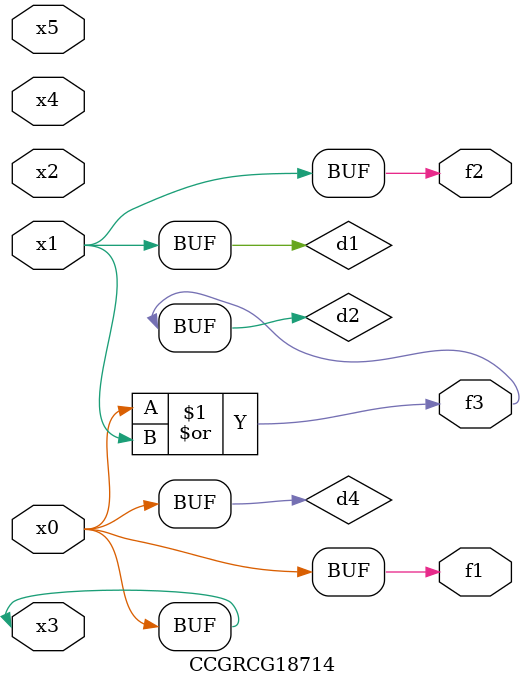
<source format=v>
module CCGRCG18714(
	input x0, x1, x2, x3, x4, x5,
	output f1, f2, f3
);

	wire d1, d2, d3, d4;

	and (d1, x1);
	or (d2, x0, x1);
	nand (d3, x0, x5);
	buf (d4, x0, x3);
	assign f1 = d4;
	assign f2 = d1;
	assign f3 = d2;
endmodule

</source>
